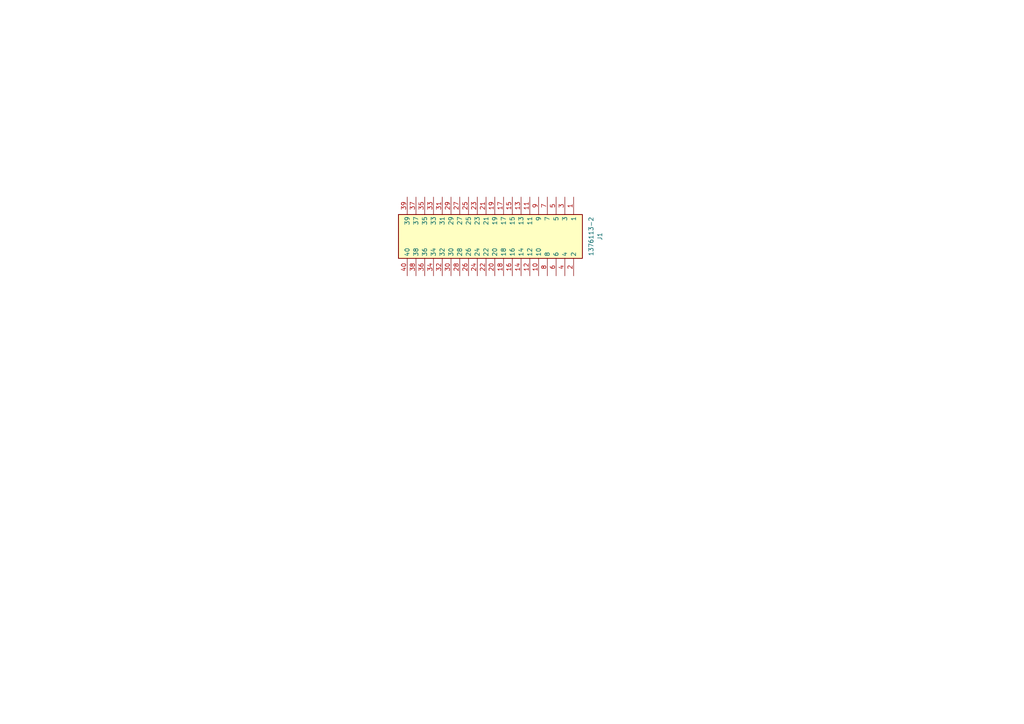
<source format=kicad_sch>
(kicad_sch (version 20250114) (generator "eeschema") (generator_version "9.0")
  (paper "A4")
  (lib_symbols
    (symbol "Custom:1376113-2"
      (property "Reference" "J" (at 19.05 7.62 0))
      (property "Value" "1376113-2" (at 19.05 5.08 0))
      (symbol "1376113-2_1_1"
        (rectangle (start 5.08 2.54) (end 17.78 -50.8) (stroke (width 0.254)) (fill (type background)))
        (pin passive line (at 0 0 0) (length 5.08) (name "1") (number "1"))
        (pin passive line (at 0 -2.54 0) (length 5.08) (name "3") (number "3"))
        (pin passive line (at 0 -5.08 0) (length 5.08) (name "5") (number "5"))
        (pin passive line (at 0 -7.62 0) (length 5.08) (name "7") (number "7"))
        (pin passive line (at 0 -10.16 0) (length 5.08) (name "9") (number "9"))
        (pin passive line (at 0 -12.7 0) (length 5.08) (name "11") (number "11"))
        (pin passive line (at 0 -15.24 0) (length 5.08) (name "13") (number "13"))
        (pin passive line (at 0 -17.78 0) (length 5.08) (name "15") (number "15"))
        (pin passive line (at 0 -20.32 0) (length 5.08) (name "17") (number "17"))
        (pin passive line (at 0 -22.86 0) (length 5.08) (name "19") (number "19"))
        (pin passive line (at 0 -25.4 0) (length 5.08) (name "21") (number "21"))
        (pin passive line (at 0 -27.94 0) (length 5.08) (name "23") (number "23"))
        (pin passive line (at 0 -30.48 0) (length 5.08) (name "25") (number "25"))
        (pin passive line (at 0 -33.02 0) (length 5.08) (name "27") (number "27"))
        (pin passive line (at 0 -35.56 0) (length 5.08) (name "29") (number "29"))
        (pin passive line (at 0 -38.1 0) (length 5.08) (name "31") (number "31"))
        (pin passive line (at 0 -40.64 0) (length 5.08) (name "33") (number "33"))
        (pin passive line (at 0 -43.18 0) (length 5.08) (name "35") (number "35"))
        (pin passive line (at 0 -45.72 0) (length 5.08) (name "37") (number "37"))
        (pin passive line (at 0 -48.26 0) (length 5.08) (name "39") (number "39"))
        (pin passive line (at 22.86 0 180) (length 5.08) (name "2") (number "2"))
        (pin passive line (at 22.86 -2.54 180) (length 5.08) (name "4") (number "4"))
        (pin passive line (at 22.86 -5.08 180) (length 5.08) (name "6") (number "6"))
        (pin passive line (at 22.86 -7.62 180) (length 5.08) (name "8") (number "8"))
        (pin passive line (at 22.86 -10.16 180) (length 5.08) (name "10") (number "10"))
        (pin passive line (at 22.86 -12.7 180) (length 5.08) (name "12") (number "12"))
        (pin passive line (at 22.86 -15.24 180) (length 5.08) (name "14") (number "14"))
        (pin passive line (at 22.86 -17.78 180) (length 5.08) (name "16") (number "16"))
        (pin passive line (at 22.86 -20.32 180) (length 5.08) (name "18") (number "18"))
        (pin passive line (at 22.86 -22.86 180) (length 5.08) (name "20") (number "20"))
        (pin passive line (at 22.86 -25.4 180) (length 5.08) (name "22") (number "22"))
        (pin passive line (at 22.86 -27.94 180) (length 5.08) (name "24") (number "24"))
        (pin passive line (at 22.86 -30.48 180) (length 5.08) (name "26") (number "26"))
        (pin passive line (at 22.86 -33.02 180) (length 5.08) (name "28") (number "28"))
        (pin passive line (at 22.86 -35.56 180) (length 5.08) (name "30") (number "30"))
        (pin passive line (at 22.86 -38.1 180) (length 5.08) (name "32") (number "32"))
        (pin passive line (at 22.86 -40.64 180) (length 5.08) (name "34") (number "34"))
        (pin passive line (at 22.86 -43.18 180) (length 5.08) (name "36") (number "36"))
        (pin passive line (at 22.86 -45.72 180) (length 5.08) (name "38") (number "38"))
        (pin passive line (at 22.86 -48.26 180) (length 5.08) (name "40") (number "40"))
      )
    )
  )
  (symbol (lib_id "Custom:1376113-2") (at 166.37 57.15 270) (unit 1)
    (property "Reference" "J1" (at 173.99 68.58 0))
    (property "Value" "1376113-2" (at 171.45 68.58 0))
    (property "Footprint" "13761132" (effects (hide yes)))
    (property "Datasheet" "https://www.te.com/commerce/DocumentDelivery/DDEController?Action=showdoc&DocId=Customer+Drawing%7F1376113%7FC4%7Fpdf%7FJapanese%7FJPN_CD_1376113_C4.pdf%7F1376113-2" (effects (hide yes)))
    (property "Height" "23.7" (effects (hide yes)))
    (property "Mouser Part Number" "571-1376113-2" (effects (hide yes)))
    (property "Mouser Price/Stock" "https://www.mouser.co.uk/ProductDetail/TE-Connectivity-AMP/1376113-2?qs=vq5b1CFk9gW4zPB4A68%252B2g%3D%3D" (effects (hide yes)))
    (property "Manufacturer_Name" "TE Connectivity" (effects (hide yes)))
    (property "Manufacturer_Part_Number" "1376113-2" (effects (hide yes)))
  )
)
</source>
